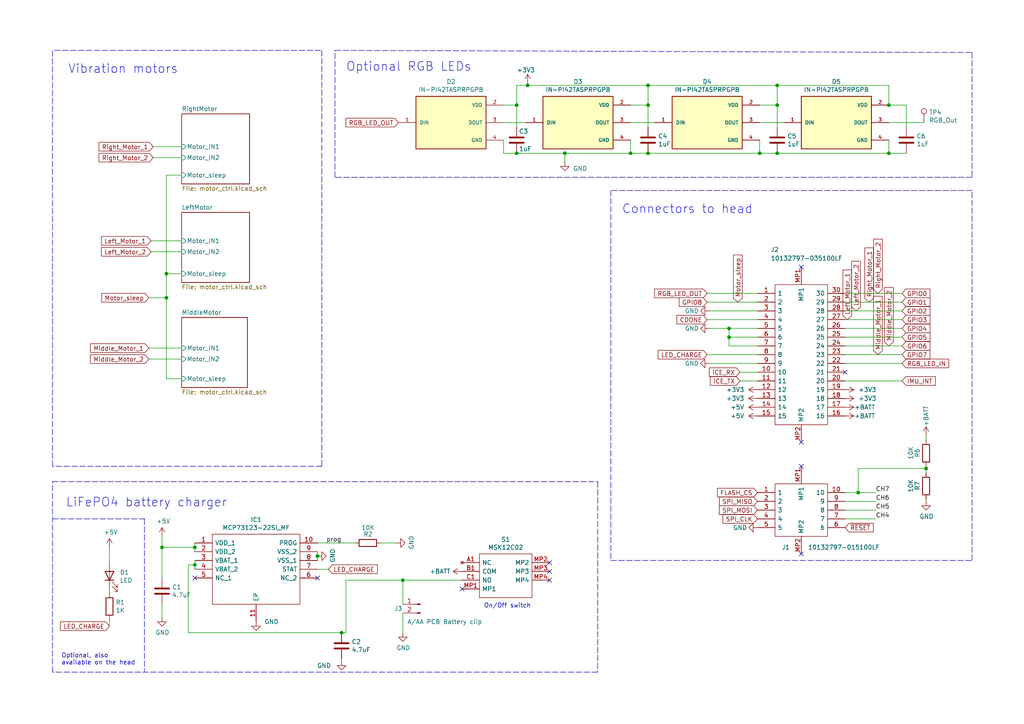
<source format=kicad_sch>
(kicad_sch (version 20211123) (generator eeschema)
  (paper "A4")
  (title_block (title "Pogobot - belly") (date "2022-04-04") (rev "2.2") (company "ISIR"))
  (lib_symbols
    (symbol "10132797-015100LF:10132797-015100LF" (pin_names (offset 0.762))
      (property "Reference" "J" (at 21.59 12.7 0))
      (property "Value" "10132797-015100LF" (at 21.59 10.16 0))
      (symbol "10132797-015100LF_0_0"
        (pin passive line (at 17.78 12.7 270) (length 5.08) (name "1") (number "1"))
        (pin passive line (at 17.78 -12.7 90) (length 5.08) (name "10") (number "10"))
        (pin passive line (at 15.24 12.7 270) (length 5.08) (name "2") (number "2"))
        (pin passive line (at 12.7 12.7 270) (length 5.08) (name "3") (number "3"))
        (pin passive line (at 10.16 12.7 270) (length 5.08) (name "4") (number "4"))
        (pin passive line (at 7.62 12.7 270) (length 5.08) (name "5") (number "5"))
        (pin passive line (at 7.62 -12.7 90) (length 5.08) (name "6") (number "6"))
        (pin passive line (at 10.16 -12.7 90) (length 5.08) (name "7") (number "7"))
        (pin passive line (at 12.7 -12.7 90) (length 5.08) (name "8") (number "8"))
        (pin passive line (at 15.24 -12.7 90) (length 5.08) (name "9") (number "9"))
        (pin passive line (at 25.4 0 180) (length 5.08) (name "MP1") (number "MP1"))
        (pin passive line (at 0 0 0) (length 5.08) (name "MP2") (number "MP2"))
      )
      (symbol "10132797-015100LF_0_1"
        (polyline (pts (xy 5.08 7.62) (xy 20.32 7.62) (xy 20.32 -7.62) (xy 5.08 -7.62) (xy 5.08 7.62)) (stroke (width 0.1524)))
      )
    )
    (symbol "10132797-035100LF:10132797-035100LF" (pin_names (offset 0.762))
      (property "Reference" "J" (at 46.99 12.7 0))
      (property "Value" "10132797-035100LF" (at 46.99 10.16 0))
      (symbol "10132797-035100LF_0_0"
        (pin passive line (at 7.62 -12.7 90) (length 5.08) (name "1") (number "1"))
        (pin passive line (at 30.48 -12.7 90) (length 5.08) (name "10") (number "10"))
        (pin passive line (at 33.02 -12.7 90) (length 5.08) (name "11") (number "11"))
        (pin passive line (at 35.56 -12.7 90) (length 5.08) (name "12") (number "12"))
        (pin passive line (at 38.1 -12.7 90) (length 5.08) (name "13") (number "13"))
        (pin passive line (at 40.64 -12.7 90) (length 5.08) (name "14") (number "14"))
        (pin passive line (at 43.18 -12.7 90) (length 5.08) (name "15") (number "15"))
        (pin passive line (at 43.18 12.7 270) (length 5.08) (name "16") (number "16"))
        (pin passive line (at 40.64 12.7 270) (length 5.08) (name "17") (number "17"))
        (pin passive line (at 38.1 12.7 270) (length 5.08) (name "18") (number "18"))
        (pin passive line (at 35.56 12.7 270) (length 5.08) (name "19") (number "19"))
        (pin passive line (at 10.16 -12.7 90) (length 5.08) (name "2") (number "2"))
        (pin passive line (at 33.02 12.7 270) (length 5.08) (name "20") (number "20"))
        (pin passive line (at 30.48 12.7 270) (length 5.08) (name "21") (number "21"))
        (pin passive line (at 27.94 12.7 270) (length 5.08) (name "22") (number "22"))
        (pin passive line (at 25.4 12.7 270) (length 5.08) (name "23") (number "23"))
        (pin passive line (at 22.86 12.7 270) (length 5.08) (name "24") (number "24"))
        (pin passive line (at 20.32 12.7 270) (length 5.08) (name "25") (number "25"))
        (pin passive line (at 17.78 12.7 270) (length 5.08) (name "26") (number "26"))
        (pin passive line (at 15.24 12.7 270) (length 5.08) (name "27") (number "27"))
        (pin passive line (at 12.7 12.7 270) (length 5.08) (name "28") (number "28"))
        (pin passive line (at 10.16 12.7 270) (length 5.08) (name "29") (number "29"))
        (pin passive line (at 12.7 -12.7 90) (length 5.08) (name "3") (number "3"))
        (pin passive line (at 7.62 12.7 270) (length 5.08) (name "30") (number "30"))
        (pin passive line (at 15.24 -12.7 90) (length 5.08) (name "4") (number "4"))
        (pin passive line (at 17.78 -12.7 90) (length 5.08) (name "5") (number "5"))
        (pin passive line (at 20.32 -12.7 90) (length 5.08) (name "6") (number "6"))
        (pin passive line (at 22.86 -12.7 90) (length 5.08) (name "7") (number "7"))
        (pin passive line (at 25.4 -12.7 90) (length 5.08) (name "8") (number "8"))
        (pin passive line (at 27.94 -12.7 90) (length 5.08) (name "9") (number "9"))
        (pin passive line (at 0 0 0) (length 5.08) (name "MP1") (number "MP1"))
        (pin passive line (at 50.8 0 180) (length 5.08) (name "MP2") (number "MP2"))
      )
      (symbol "10132797-035100LF_0_1"
        (polyline (pts (xy 5.08 7.62) (xy 45.72 7.62) (xy 45.72 -7.62) (xy 5.08 -7.62) (xy 5.08 7.62)) (stroke (width 0.1524)))
      )
    )
    (symbol "Connector:Conn_01x02_Male" (pin_names (offset 1.016) hide)
      (property "Reference" "J" (at 0 2.54 0))
      (property "Value" "Conn_01x02_Male" (at 0 -5.08 0))
      (symbol "Conn_01x02_Male_1_1"
        (polyline (pts (xy 1.27 -2.54) (xy 0.8636 -2.54)) (stroke (width 0.1524)))
        (polyline (pts (xy 1.27 0) (xy 0.8636 0)) (stroke (width 0.1524)))
        (rectangle (start 0.8636 -2.413) (end 0 -2.667) (stroke (width 0.1524)) (fill (type outline)))
        (rectangle (start 0.8636 0.127) (end 0 -0.127) (stroke (width 0.1524)) (fill (type outline)))
        (pin passive line (at 5.08 0 180) (length 3.81) (name "Pin_1") (number "1"))
        (pin passive line (at 5.08 -2.54 180) (length 3.81) (name "Pin_2") (number "2"))
      )
    )
    (symbol "Connector:TestPoint" (pin_numbers hide) (pin_names (offset 0.762) hide)
      (property "Reference" "TP" (at 0 6.858 0))
      (property "Value" "TestPoint" (at 0 5.08 0))
      (symbol "TestPoint_0_1"
        (circle (center 0 3.302) (radius 0.762))
      )
      (symbol "TestPoint_1_1"
        (pin passive line (at 0 0 90) (length 2.54) (name "1") (number "1"))
      )
    )
    (symbol "Device:C" (pin_numbers hide) (pin_names (offset 0.254))
      (property "Reference" "C" (at 0.635 2.54 0))
      (property "Value" "C" (at 0.635 -2.54 0))
      (symbol "C_0_1"
        (polyline (pts (xy -2.032 -0.762) (xy 2.032 -0.762)) (stroke (width 0.508)))
        (polyline (pts (xy -2.032 0.762) (xy 2.032 0.762)) (stroke (width 0.508)))
      )
      (symbol "C_1_1"
        (pin passive line (at 0 3.81 270) (length 2.794) (name "~") (number "1"))
        (pin passive line (at 0 -3.81 90) (length 2.794) (name "~") (number "2"))
      )
    )
    (symbol "Device:LED" (pin_numbers hide) (pin_names (offset 1.016) hide)
      (property "Reference" "D" (at 0 2.54 0))
      (property "Value" "LED" (at 0 -2.54 0))
      (symbol "LED_0_1"
        (polyline (pts (xy -1.27 -1.27) (xy -1.27 1.27)) (stroke (width 0.254)))
        (polyline (pts (xy -1.27 0) (xy 1.27 0)))
        (polyline (pts (xy 1.27 -1.27) (xy 1.27 1.27) (xy -1.27 0) (xy 1.27 -1.27)) (stroke (width 0.254)))
        (polyline (pts (xy -3.048 -0.762) (xy -4.572 -2.286) (xy -3.81 -2.286) (xy -4.572 -2.286) (xy -4.572 -1.524)))
        (polyline (pts (xy -1.778 -0.762) (xy -3.302 -2.286) (xy -2.54 -2.286) (xy -3.302 -2.286) (xy -3.302 -1.524)))
      )
      (symbol "LED_1_1"
        (pin passive line (at -3.81 0 0) (length 2.54) (name "K") (number "1"))
        (pin passive line (at 3.81 0 180) (length 2.54) (name "A") (number "2"))
      )
    )
    (symbol "Device:R" (pin_numbers hide) (pin_names (offset 0))
      (property "Reference" "R" (at 2.032 0 90))
      (property "Value" "R" (at 0 0 90))
      (symbol "R_0_1"
        (rectangle (start -1.016 -2.54) (end 1.016 2.54) (stroke (width 0.254)))
      )
      (symbol "R_1_1"
        (pin passive line (at 0 3.81 270) (length 1.27) (name "~") (number "1"))
        (pin passive line (at 0 -3.81 90) (length 1.27) (name "~") (number "2"))
      )
    )
    (symbol "IN-PI42TASPRPGPB:IN-PI42TASPRPGPB" (pin_names (offset 1.016))
      (property "Reference" "D" (at -10.16 8.89 0))
      (property "Value" "IN-PI42TASPRPGPB" (at -10.16 -8.89 0))
      (symbol "IN-PI42TASPRPGPB_0_0"
        (rectangle (start -10.16 -7.62) (end 10.16 7.62) (stroke (width 0.254)) (fill (type background)))
        (pin input line (at -15.24 0 0) (length 5.08) (name "DIN") (number "1"))
        (pin power_in line (at 15.24 5.08 180) (length 5.08) (name "VDD") (number "2"))
        (pin output line (at 15.24 0 180) (length 5.08) (name "DOUT") (number "3"))
        (pin power_in line (at 15.24 -5.08 180) (length 5.08) (name "GND") (number "4"))
      )
    )
    (symbol "MCP73123-22SI_MF:MCP73123-22SI_MF" (pin_names (offset 0.762))
      (property "Reference" "IC" (at 31.75 7.62 0))
      (property "Value" "MCP73123-22SI_MF" (at 31.75 5.08 0))
      (symbol "MCP73123-22SI_MF_0_0"
        (pin passive line (at 0 0 0) (length 5.08) (name "VDD_1") (number "1"))
        (pin passive line (at 35.56 0 180) (length 5.08) (name "PROG") (number "10"))
        (pin passive line (at 17.78 -22.86 90) (length 5.08) (name "EP") (number "11"))
        (pin passive line (at 0 -2.54 0) (length 5.08) (name "VDD_2") (number "2"))
        (pin passive line (at 0 -5.08 0) (length 5.08) (name "VBAT_1") (number "3"))
        (pin passive line (at 0 -7.62 0) (length 5.08) (name "VBAT_2") (number "4"))
        (pin passive line (at 0 -10.16 0) (length 5.08) (name "NC_1") (number "5"))
        (pin passive line (at 35.56 -10.16 180) (length 5.08) (name "NC_2") (number "6"))
        (pin passive line (at 35.56 -7.62 180) (length 5.08) (name "STAT") (number "7"))
        (pin passive line (at 35.56 -5.08 180) (length 5.08) (name "VSS_1") (number "8"))
        (pin passive line (at 35.56 -2.54 180) (length 5.08) (name "VSS_2") (number "9"))
      )
      (symbol "MCP73123-22SI_MF_0_1"
        (polyline (pts (xy 5.08 2.54) (xy 30.48 2.54) (xy 30.48 -17.78) (xy 5.08 -17.78) (xy 5.08 2.54)) (stroke (width 0.1524)))
      )
    )
    (symbol "MSK12C02:MSK12C02" (pin_names (offset 0.762))
      (property "Reference" "S" (at 21.59 7.62 0))
      (property "Value" "MSK12C02" (at 21.59 5.08 0))
      (symbol "MSK12C02_0_0"
        (pin no_connect line (at 0 0 0) (length 5.08) (name "NC") (number "A1"))
        (pin passive line (at 0 -2.54 0) (length 5.08) (name "COM") (number "B1"))
        (pin passive line (at 0 -5.08 0) (length 5.08) (name "NO") (number "C1"))
        (pin passive line (at 0 -7.62 0) (length 5.08) (name "MP1") (number "MP1"))
        (pin passive line (at 25.4 0 180) (length 5.08) (name "MP2") (number "MP2"))
        (pin passive line (at 25.4 -2.54 180) (length 5.08) (name "MP3") (number "MP3"))
        (pin passive line (at 25.4 -5.08 180) (length 5.08) (name "MP4") (number "MP4"))
      )
      (symbol "MSK12C02_0_1"
        (polyline (pts (xy 5.08 2.54) (xy 20.32 2.54) (xy 20.32 -10.16) (xy 5.08 -10.16) (xy 5.08 2.54)) (stroke (width 0.1524)))
      )
    )
    (symbol "power:+3.3V" (power) (pin_names (offset 0))
      (property "Value" "+3.3V" (at 0 3.556 0))
      (symbol "+3.3V_0_1"
        (polyline (pts (xy -0.762 1.27) (xy 0 2.54)))
        (polyline (pts (xy 0 0) (xy 0 2.54)))
        (polyline (pts (xy 0 2.54) (xy 0.762 1.27)))
      )
      (symbol "+3.3V_1_1"
        (pin power_in line (at 0 0 90) (length 0) hide (name "+3V3") (number "1"))
      )
    )
    (symbol "power:+5V" (power) (pin_names (offset 0))
      (property "Value" "+5V" (at 0 3.556 0))
      (symbol "+5V_0_1"
        (polyline (pts (xy -0.762 1.27) (xy 0 2.54)))
        (polyline (pts (xy 0 0) (xy 0 2.54)))
        (polyline (pts (xy 0 2.54) (xy 0.762 1.27)))
      )
      (symbol "+5V_1_1"
        (pin power_in line (at 0 0 90) (length 0) hide (name "+5V") (number "1"))
      )
    )
    (symbol "power:+BATT" (power) (pin_names (offset 0))
      (property "Value" "+BATT" (at 0 3.556 0))
      (symbol "+BATT_0_1"
        (polyline (pts (xy -0.762 1.27) (xy 0 2.54)))
        (polyline (pts (xy 0 0) (xy 0 2.54)))
        (polyline (pts (xy 0 2.54) (xy 0.762 1.27)))
      )
      (symbol "+BATT_1_1"
        (pin power_in line (at 0 0 90) (length 0) hide (name "+BATT") (number "1"))
      )
    )
    (symbol "power:GND" (power) (pin_names (offset 0))
      (property "Value" "GND" (at 0 -3.81 0))
      (symbol "GND_0_1"
        (polyline (pts (xy 0 0) (xy 0 -1.27) (xy 1.27 -1.27) (xy 0 -2.54) (xy -1.27 -1.27) (xy 0 -1.27)))
      )
      (symbol "GND_1_1"
        (pin power_in line (at 0 0 270) (length 0) hide (name "GND") (number "1"))
      )
    )
  )
  (junction (at 92.075 161.29))
  (junction (at 149.86 30.48))
  (junction (at 225.425 44.45))
  (junction (at 187.96 24.765))
  (junction (at 248.92 142.875))
  (junction (at 99.06 183.515))
  (junction (at 257.81 44.45))
  (junction (at 211.455 95.25))
  (junction (at 182.88 44.45))
  (junction (at 56.515 163.83))
  (junction (at 48.26 79.375))
  (junction (at 46.99 158.75))
  (junction (at 187.96 30.48))
  (junction (at 268.605 135.89))
  (junction (at 48.26 86.36))
  (junction (at 225.425 30.48))
  (junction (at 225.425 24.765))
  (junction (at 211.455 97.79))
  (junction (at 257.81 30.48))
  (junction (at 116.84 168.275))
  (junction (at 163.83 44.45))
  (junction (at 220.345 44.45))
  (junction (at 153.035 24.765))
  (junction (at 56.515 158.75))
  (junction (at 149.86 44.45))
  (junction (at 187.96 44.45))
  (no_connect (at 56.515 167.64))
  (no_connect (at 133.985 170.815))
  (no_connect (at 92.075 167.64))
  (no_connect (at 245.11 107.95))
  (no_connect (at 232.41 77.47))
  (no_connect (at 232.41 128.27))
  (no_connect (at 232.41 135.255))
  (no_connect (at 232.41 160.655))
  (no_connect (at 159.385 168.275))
  (no_connect (at 159.385 165.735))
  (no_connect (at 159.385 163.195))
  (wire (pts (xy 262.89 30.48) (xy 257.81 30.48)))
  (wire (pts (xy 262.89 36.83) (xy 262.89 30.48)))
  (wire (pts (xy 153.035 24.765) (xy 149.86 24.765)))
  (wire (pts (xy 220.345 40.64) (xy 220.345 44.45)))
  (wire (pts (xy 187.96 24.765) (xy 187.96 30.48)))
  (wire (pts (xy 268.605 145.415) (xy 268.605 144.78)))
  (polyline (pts (xy 177.165 162.56) (xy 281.94 162.56)))
  (polyline (pts (xy 97.155 51.435) (xy 97.155 14.605)))
  (wire (pts (xy 187.96 36.83) (xy 187.96 30.48)))
  (wire (pts (xy 225.425 24.765) (xy 225.425 30.48)))
  (wire (pts (xy 225.425 24.765) (xy 257.81 24.765)))
  (polyline (pts (xy 281.94 51.435) (xy 97.155 51.435)))
  (wire (pts (xy 46.99 158.75) (xy 56.515 158.75)))
  (wire (pts (xy 149.86 36.83) (xy 149.86 30.48)))
  (wire (pts (xy 43.815 69.85) (xy 52.705 69.85)))
  (polyline (pts (xy 15.875 14.605) (xy 93.345 14.605)))
  (wire (pts (xy 102.87 157.48) (xy 92.075 157.48)))
  (wire (pts (xy 257.81 35.56) (xy 267.97 35.56)))
  (wire (pts (xy 214.63 110.49) (xy 219.71 110.49)))
  (wire (pts (xy 146.05 44.45) (xy 149.86 44.45)))
  (wire (pts (xy 245.11 85.09) (xy 261.62 85.09)))
  (wire (pts (xy 182.88 35.56) (xy 189.865 35.56)))
  (wire (pts (xy 48.26 86.36) (xy 48.26 109.855)))
  (wire (pts (xy 205.105 85.09) (xy 219.71 85.09)))
  (wire (pts (xy 219.71 97.79) (xy 211.455 97.79)))
  (wire (pts (xy 43.18 104.14) (xy 52.705 104.14)))
  (wire (pts (xy 187.96 44.45) (xy 220.345 44.45)))
  (wire (pts (xy 116.84 168.275) (xy 133.985 168.275)))
  (wire (pts (xy 245.11 110.49) (xy 261.62 110.49)))
  (wire (pts (xy 52.705 73.025) (xy 43.815 73.025)))
  (wire (pts (xy 248.92 135.89) (xy 268.605 135.89)))
  (wire (pts (xy 54.61 183.515) (xy 99.06 183.515)))
  (polyline (pts (xy 281.94 15.24) (xy 281.94 51.435)))
  (wire (pts (xy 268.605 135.89) (xy 268.605 137.16)))
  (wire (pts (xy 31.75 163.195) (xy 31.75 158.75)))
  (wire (pts (xy 257.81 44.45) (xy 262.89 44.45)))
  (wire (pts (xy 153.035 24.765) (xy 187.96 24.765)))
  (polyline (pts (xy 281.94 162.56) (xy 281.94 55.245)))
  (wire (pts (xy 182.88 40.64) (xy 182.88 44.45)))
  (wire (pts (xy 211.455 95.25) (xy 219.71 95.25)))
  (polyline (pts (xy 15.24 194.945) (xy 15.24 139.7)))
  (wire (pts (xy 205.74 95.25) (xy 211.455 95.25)))
  (polyline (pts (xy 93.345 14.605) (xy 93.345 135.255)))
  (wire (pts (xy 163.83 46.99) (xy 163.83 44.45)))
  (wire (pts (xy 245.11 102.87) (xy 261.62 102.87)))
  (polyline (pts (xy 177.165 55.245) (xy 177.165 162.56)))
  (wire (pts (xy 205.105 92.71) (xy 219.71 92.71)))
  (wire (pts (xy 219.71 100.33) (xy 211.455 100.33)))
  (wire (pts (xy 46.99 175.26) (xy 46.99 179.07)))
  (wire (pts (xy 48.26 50.8) (xy 48.26 79.375)))
  (wire (pts (xy 245.11 90.17) (xy 261.62 90.17)))
  (wire (pts (xy 100.33 168.275) (xy 100.33 183.515)))
  (wire (pts (xy 56.515 163.83) (xy 54.61 163.83)))
  (wire (pts (xy 245.11 100.33) (xy 261.62 100.33)))
  (wire (pts (xy 268.605 126.365) (xy 268.605 127.635)))
  (wire (pts (xy 116.84 177.8) (xy 116.84 183.515)))
  (wire (pts (xy 56.515 162.56) (xy 56.515 163.83)))
  (wire (pts (xy 153.035 24.13) (xy 153.035 24.765)))
  (polyline (pts (xy 15.24 139.7) (xy 173.355 139.7)))
  (polyline (pts (xy 173.355 194.945) (xy 15.24 194.945)))
  (wire (pts (xy 46.99 155.575) (xy 46.99 158.75)))
  (wire (pts (xy 220.345 30.48) (xy 225.425 30.48)))
  (wire (pts (xy 205.74 105.41) (xy 219.71 105.41)))
  (wire (pts (xy 214.63 107.95) (xy 219.71 107.95)))
  (wire (pts (xy 245.11 142.875) (xy 248.92 142.875)))
  (wire (pts (xy 225.425 44.45) (xy 257.81 44.45)))
  (wire (pts (xy 116.84 168.275) (xy 116.84 175.26)))
  (wire (pts (xy 205.74 90.17) (xy 219.71 90.17)))
  (wire (pts (xy 48.26 79.375) (xy 48.26 86.36)))
  (wire (pts (xy 92.075 161.29) (xy 92.075 162.56)))
  (wire (pts (xy 149.86 30.48) (xy 149.86 24.765)))
  (wire (pts (xy 187.96 24.765) (xy 225.425 24.765)))
  (wire (pts (xy 245.11 92.71) (xy 261.62 92.71)))
  (wire (pts (xy 52.705 50.8) (xy 48.26 50.8)))
  (wire (pts (xy 254 147.955) (xy 245.11 147.955)))
  (wire (pts (xy 52.705 79.375) (xy 48.26 79.375)))
  (wire (pts (xy 54.61 163.83) (xy 54.61 183.515)))
  (wire (pts (xy 44.45 42.545) (xy 52.705 42.545)))
  (polyline (pts (xy 93.345 135.255) (xy 15.24 135.255)))
  (wire (pts (xy 245.11 87.63) (xy 261.62 87.63)))
  (wire (pts (xy 245.11 97.79) (xy 261.62 97.79)))
  (wire (pts (xy 257.81 40.64) (xy 257.81 44.45)))
  (wire (pts (xy 95.25 165.1) (xy 92.075 165.1)))
  (wire (pts (xy 146.05 40.64) (xy 146.05 44.45)))
  (wire (pts (xy 268.605 135.255) (xy 268.605 135.89)))
  (wire (pts (xy 146.05 35.56) (xy 152.4 35.56)))
  (wire (pts (xy 248.92 142.875) (xy 254 142.875)))
  (wire (pts (xy 211.455 97.79) (xy 211.455 95.25)))
  (polyline (pts (xy 15.24 150.495) (xy 41.91 150.495)))
  (wire (pts (xy 225.425 36.83) (xy 225.425 30.48)))
  (wire (pts (xy 99.06 183.515) (xy 100.33 183.515)))
  (wire (pts (xy 220.345 35.56) (xy 227.33 35.56)))
  (polyline (pts (xy 97.155 14.605) (xy 281.94 15.24)))
  (wire (pts (xy 31.75 181.61) (xy 31.75 179.705)))
  (wire (pts (xy 261.62 105.41) (xy 245.11 105.41)))
  (wire (pts (xy 220.345 44.45) (xy 225.425 44.45)))
  (wire (pts (xy 257.81 24.765) (xy 257.81 30.48)))
  (wire (pts (xy 254 150.495) (xy 245.11 150.495)))
  (wire (pts (xy 31.75 170.815) (xy 31.75 172.085)))
  (wire (pts (xy 254 145.415) (xy 245.11 145.415)))
  (wire (pts (xy 163.83 44.45) (xy 182.88 44.45)))
  (wire (pts (xy 110.49 157.48) (xy 114.935 157.48)))
  (wire (pts (xy 56.515 163.83) (xy 56.515 165.1)))
  (wire (pts (xy 99.06 191.135) (xy 99.06 191.77)))
  (wire (pts (xy 146.05 30.48) (xy 149.86 30.48)))
  (wire (pts (xy 245.11 95.25) (xy 261.62 95.25)))
  (wire (pts (xy 211.455 100.33) (xy 211.455 97.79)))
  (wire (pts (xy 205.105 102.87) (xy 219.71 102.87)))
  (wire (pts (xy 248.92 142.875) (xy 248.92 135.89)))
  (wire (pts (xy 100.33 168.275) (xy 116.84 168.275)))
  (wire (pts (xy 149.86 44.45) (xy 163.83 44.45)))
  (polyline (pts (xy 173.355 139.7) (xy 173.355 194.945)))
  (wire (pts (xy 43.18 100.965) (xy 52.705 100.965)))
  (polyline (pts (xy 15.24 135.255) (xy 15.24 14.605)))
  (wire (pts (xy 56.515 157.48) (xy 56.515 158.75)))
  (wire (pts (xy 182.88 44.45) (xy 187.96 44.45)))
  (wire (pts (xy 46.99 158.75) (xy 46.99 167.64)))
  (polyline (pts (xy 281.94 55.245) (xy 177.165 55.245)))
  (polyline (pts (xy 41.91 150.495) (xy 41.91 194.945)))
  (wire (pts (xy 205.105 87.63) (xy 219.71 87.63)))
  (wire (pts (xy 48.26 109.855) (xy 52.705 109.855)))
  (wire (pts (xy 43.18 86.36) (xy 48.26 86.36)))
  (wire (pts (xy 44.45 45.72) (xy 52.705 45.72)))
  (wire (pts (xy 92.075 160.02) (xy 92.075 161.29)))
  (wire (pts (xy 56.515 158.75) (xy 56.515 160.02)))
  (wire (pts (xy 182.88 30.48) (xy 187.96 30.48)))
  (text "Vibration motors" (at 19.685 21.59 0) (effects (font (size 2.54 2.54)) (justify left bottom)))
  (text "Optional, also\navailable on the head" (at 17.78 193.04 0) (effects (font (size 1.27 1.27)) (justify left bottom)))
  (text "LiFePO4 battery charger" (at 19.05 147.32 0) (effects (font (size 2.54 2.54)) (justify left bottom)))
  (text "Connectors to head" (at 180.34 62.23 0) (effects (font (size 2.54 2.54)) (justify left bottom)))
  (text "On/Off switch" (at 140.335 176.53 0) (effects (font (size 1.27 1.27)) (justify left bottom)))
  (text "Optional RGB LEDs" (at 100.33 20.955 0) (effects (font (size 2.54 2.54)) (justify left bottom)))
  (label "CH4" (at 254 150.495 0))
  (label "CH5" (at 254 147.955 0))
  (label "CH7" (at 254 142.875 0))
  (label "prog" (at 99.06 157.48 180))
  (label "CH6" (at 254 145.415 0))
  (global_label "Right_Motor_2" (shape input) (at 254.635 85.09 90) (property "Références Inter-Feuilles" "${INTERSHEET_REFS}" (effects hide)))
  (global_label "GPIO3" (shape input) (at 261.62 92.71 0) (property "Références Inter-Feuilles" "${INTERSHEET_REFS}" (effects hide)))
  (global_label "Right_Motor_1" (shape input) (at 44.45 42.545 180) (property "Références Inter-Feuilles" "${INTERSHEET_REFS}" (effects hide)))
  (global_label "RGB_LED_IN" (shape input) (at 261.62 105.41 0) (property "Références Inter-Feuilles" "${INTERSHEET_REFS}" (effects hide)))
  (global_label "GPIO7" (shape input) (at 261.62 102.87 0) (property "Références Inter-Feuilles" "${INTERSHEET_REFS}" (effects hide)))
  (global_label "Middle_Motor_2" (shape input) (at 257.81 100.33 90) (property "Références Inter-Feuilles" "${INTERSHEET_REFS}" (effects hide)))
  (global_label "iCE_RX" (shape input) (at 214.63 107.95 180) (property "Références Inter-Feuilles" "${INTERSHEET_REFS}" (effects hide)))
  (global_label "Left_Motor_2" (shape input) (at 248.285 90.17 90) (property "Références Inter-Feuilles" "${INTERSHEET_REFS}" (effects hide)))
  (global_label "SPI_CLK" (shape input) (at 219.71 150.495 180) (property "Références Inter-Feuilles" "${INTERSHEET_REFS}" (effects hide)))
  (global_label "SPI_MISO" (shape input) (at 219.71 145.415 180) (property "Références Inter-Feuilles" "${INTERSHEET_REFS}" (effects hide)))
  (global_label "Left_Motor_1" (shape input) (at 43.815 69.85 180) (property "Références Inter-Feuilles" "${INTERSHEET_REFS}" (effects hide)))
  (global_label "Motor_sleep" (shape input) (at 43.18 86.36 180) (property "Références Inter-Feuilles" "${INTERSHEET_REFS}" (effects hide)))
  (global_label "GPIO5" (shape input) (at 261.62 97.79 0) (property "Références Inter-Feuilles" "${INTERSHEET_REFS}" (effects hide)))
  (global_label "RGB_LED_OUT" (shape input) (at 115.57 35.56 180) (property "Références Inter-Feuilles" "${INTERSHEET_REFS}" (effects hide)))
  (global_label "Left_Motor_2" (shape input) (at 43.815 73.025 180) (property "Références Inter-Feuilles" "${INTERSHEET_REFS}" (effects hide)))
  (global_label "iCE_TX" (shape input) (at 214.63 110.49 180) (property "Références Inter-Feuilles" "${INTERSHEET_REFS}" (effects hide)))
  (global_label "Middle_Motor_1" (shape input) (at 254.635 102.87 90) (property "Références Inter-Feuilles" "${INTERSHEET_REFS}" (effects hide)))
  (global_label "SPI_MOSI" (shape input) (at 219.71 147.955 180) (property "Références Inter-Feuilles" "${INTERSHEET_REFS}" (effects hide)))
  (global_label "Middle_Motor_2" (shape input) (at 43.18 104.14 180) (property "Références Inter-Feuilles" "${INTERSHEET_REFS}" (effects hide)))
  (global_label "GPIO2" (shape input) (at 261.62 90.17 0) (property "Références Inter-Feuilles" "${INTERSHEET_REFS}" (effects hide)))
  (global_label "GPIO0" (shape input) (at 261.62 85.09 0) (property "Références Inter-Feuilles" "${INTERSHEET_REFS}" (effects hide)))
  (global_label "CDONE" (shape input) (at 205.105 92.71 180) (property "Références Inter-Feuilles" "${INTERSHEET_REFS}" (effects hide)))
  (global_label "FLASH_CS" (shape input) (at 219.71 142.875 180) (property "Références Inter-Feuilles" "${INTERSHEET_REFS}" (effects hide)))
  (global_label "IMU_INT" (shape input) (at 261.62 110.49 0) (property "Références Inter-Feuilles" "${INTERSHEET_REFS}" (effects hide)))
  (global_label "GPIO4" (shape input) (at 261.62 95.25 0) (property "Références Inter-Feuilles" "${INTERSHEET_REFS}" (effects hide)))
  (global_label "GPIO6" (shape input) (at 261.62 100.33 0) (property "Références Inter-Feuilles" "${INTERSHEET_REFS}" (effects hide)))
  (global_label "LED_CHARGE" (shape input) (at 31.75 181.61 180) (property "Références Inter-Feuilles" "${INTERSHEET_REFS}" (effects hide)))
  (global_label "LED_CHARGE" (shape input) (at 95.25 165.1 0) (property "Références Inter-Feuilles" "${INTERSHEET_REFS}" (effects hide)))
  (global_label "GPIO8" (shape input) (at 205.105 87.63 180) (property "Références Inter-Feuilles" "${INTERSHEET_REFS}" (effects hide)))
  (global_label "Left_Motor_1" (shape input) (at 245.745 92.71 90) (property "Références Inter-Feuilles" "${INTERSHEET_REFS}" (effects hide)))
  (global_label "Right_Motor_1" (shape input) (at 252.095 87.63 90) (property "Références Inter-Feuilles" "${INTERSHEET_REFS}" (effects hide)))
  (global_label "~{RESET}" (shape input) (at 245.11 153.035 0) (property "Références Inter-Feuilles" "${INTERSHEET_REFS}" (effects hide)))
  (global_label "Middle_Motor_1" (shape input) (at 43.18 100.965 180) (property "Références Inter-Feuilles" "${INTERSHEET_REFS}" (effects hide)))
  (global_label "Motor_sleep" (shape input) (at 213.995 87.63 90) (property "Références Inter-Feuilles" "${INTERSHEET_REFS}" (effects hide)))
  (global_label "GPIO1" (shape input) (at 261.62 87.63 0) (property "Références Inter-Feuilles" "${INTERSHEET_REFS}" (effects hide)))
  (global_label "RGB_LED_OUT" (shape input) (at 205.105 85.09 180) (property "Références Inter-Feuilles" "${INTERSHEET_REFS}" (effects hide)))
  (global_label "Right_Motor_2" (shape input) (at 44.45 45.72 180) (property "Références Inter-Feuilles" "${INTERSHEET_REFS}" (effects hide)))
  (global_label "LED_CHARGE" (shape input) (at 205.105 102.87 180) (property "Références Inter-Feuilles" "${INTERSHEET_REFS}" (effects hide)))
  (symbol (lib_id "power:GND") (at 116.84 183.515 0) (unit 1)
    (property "Reference" "#PWR07" (effects hide))
    (property "Value" "GND" (at 116.967 187.9092 0))
  )
  (symbol (lib_id "power:+BATT") (at 133.985 165.735 90) (unit 1)
    (property "Reference" "#PWR09" (effects hide))
    (property "Value" "+BATT" (at 127.635 165.735 90))
  )
  (symbol (lib_id "power:GND") (at 114.935 157.48 90) (unit 1)
    (property "Reference" "#PWR05" (effects hide))
    (property "Value" "GND" (at 119.3292 157.353 0))
  )
  (symbol (lib_id "power:+5V") (at 46.99 155.575 0) (unit 1)
    (property "Reference" "#PWR04" (effects hide))
    (property "Value" "+5V" (at 47.371 151.1808 0))
  )
  (symbol (lib_id "Device:R") (at 106.68 157.48 270) (unit 1)
    (property "Reference" "R2" (at 105.41 154.94 90) (effects (justify left)))
    (property "Value" "10K" (at 104.775 153.035 90) (effects (justify left)))
    (property "Footprint" "Resistor_SMD:R_0603_1608Metric" (effects hide))
  )
  (symbol (lib_id "Device:C") (at 46.99 171.45 0) (unit 1)
    (property "Reference" "C1" (at 49.911 170.2816 0) (effects (justify left)))
    (property "Value" "4.7uF" (at 49.911 172.593 0) (effects (justify left)))
    (property "Footprint" "Capacitor_SMD:C_0603_1608Metric" (effects hide))
  )
  (symbol (lib_id "Device:C") (at 99.06 187.325 0) (unit 1)
    (property "Reference" "C2" (at 101.981 186.1566 0) (effects (justify left)))
    (property "Value" "4.7uF" (at 101.981 188.468 0) (effects (justify left)))
    (property "Footprint" "Capacitor_SMD:C_0603_1608Metric" (effects hide))
  )
  (symbol (lib_id "Device:LED") (at 31.75 167.005 90) (unit 1) (in_bom no)
    (property "Reference" "D1" (at 34.7472 166.0398 90) (effects (justify right)))
    (property "Value" "LED" (at 34.7472 168.3512 90) (effects (justify right)))
    (property "Footprint" "LED_SMD:LED_0603_1608Metric_Pad1.05x0.95mm_HandSolder" (effects hide))
  )
  (symbol (lib_id "Device:R") (at 31.75 175.895 0) (unit 1) (in_bom no)
    (property "Reference" "R1" (at 33.528 174.7266 0) (effects (justify left)))
    (property "Value" "1K" (at 33.528 177.038 0) (effects (justify left)))
    (property "Footprint" "Resistor_SMD:R_0603_1608Metric" (effects hide))
  )
  (symbol (lib_id "power:GND") (at 205.74 90.17 270) (unit 1)
    (property "Reference" "#PWR02" (effects hide))
    (property "Value" "GND" (at 200.66 90.17 90))
  )
  (symbol (lib_id "Connector:Conn_01x02_Male") (at 121.92 175.26 0) (mirror y) (unit 1) (in_bom no)
    (property "Reference" "J3" (at 114.3 176.53 0) (effects (justify right)))
    (property "Value" "A/AA PCB Battery clip" (at 118.11 180.34 0) (effects (justify right)))
    (property "Footprint" "MyFootprints:CR2_Holder" (effects hide))
    (property "Datasheet" "https://www.mouser.fr/datasheet/2/215/2915-743155.pdf" (effects hide))
    (property "MPN" "2915" (effects hide))
    (property "Manufacturer" "Keystone Electronics" (effects hide))
  )
  (symbol (lib_id "MCP73123-22SI_MF:MCP73123-22SI_MF") (at 56.515 157.48 0) (unit 1)
    (property "Reference" "IC1" (at 74.295 150.749 0))
    (property "Value" "MCP73123-22SI_MF" (at 74.295 153.0604 0))
    (property "Footprint" "Footprints:SON50P300X300X100-11N-D" (effects hide))
    (property "Datasheet" "http://ww1.microchip.com/downloads/en/DeviceDoc/22191E.pdf" (effects hide))
    (property "Description" "6.5V Single cell LiFePO4 battery charger" (effects hide))
    (property "Height" "1" (effects hide))
    (property "Manufacturer_Name" "Microchip" (effects hide))
    (property "Manufacturer_Part_Number" "MCP73123-22SI/MF" (effects hide))
    (property "Mouser Part Number" "579-MCP73123-22SI/MF" (effects hide))
    (property "Mouser Price/Stock" "https://www.mouser.co.uk/ProductDetail/Microchip-Technology/MCP73123-22SI-MF/?qs=E6wAi2XWqcMa9YfU6aI5BA%3D%3D" (effects hide))
    (property "Arrow Part Number" "MCP73123-22SI/MF" (effects hide))
    (property "Arrow Price/Stock" "https://www.arrow.com/en/products/mcp73123-22simf/microchip-technology" (effects hide))
  )
  (symbol (lib_id "power:+3.3V") (at 219.71 113.03 90) (unit 1)
    (property "Reference" "#PWR03" (effects hide))
    (property "Value" "+3.3V" (at 215.9 113.03 90) (effects (justify left)))
  )
  (symbol (lib_id "power:GND") (at 46.99 179.07 0) (unit 1)
    (property "Reference" "#PWR06" (effects hide))
    (property "Value" "GND" (at 47.117 183.4642 0))
  )
  (symbol (lib_id "power:GND") (at 92.075 161.29 90) (unit 1)
    (property "Reference" "#PWR08" (effects hide))
    (property "Value" "GND" (at 96.4692 161.163 0))
  )
  (symbol (lib_id "power:GND") (at 219.71 153.035 270) (unit 1)
    (property "Reference" "#PWR0101" (effects hide))
    (property "Value" "GND" (at 214.63 153.035 90))
  )
  (symbol (lib_id "power:+3.3V") (at 219.71 115.57 90) (unit 1)
    (property "Reference" "#PWR0102" (effects hide))
    (property "Value" "+3.3V" (at 215.9 115.57 90) (effects (justify left)))
  )
  (symbol (lib_id "power:GND") (at 74.295 180.34 0) (unit 1)
    (property "Reference" "#PWR0104" (effects hide))
    (property "Value" "GND" (at 78.74 180.34 0))
  )
  (symbol (lib_id "Connector:TestPoint") (at 267.97 35.56 0) (unit 1) (in_bom no)
    (property "Reference" "TP4" (at 269.4432 32.5628 0) (effects (justify left)))
    (property "Value" "RGB_Out" (at 269.4432 34.8742 0) (effects (justify left)))
    (property "Footprint" "TestPoint:TestPoint_Pad_D1.0mm" (effects hide))
  )
  (symbol (lib_id "power:GND") (at 99.06 191.77 0) (unit 1)
    (property "Reference" "#PWR016" (effects hide))
    (property "Value" "GND" (at 93.98 193.04 0))
  )
  (symbol (lib_id "MSK12C02:MSK12C02") (at 133.985 163.195 0) (unit 1)
    (property "Reference" "S1" (at 146.685 156.464 0))
    (property "Value" "MSK12C02" (at 146.685 158.7754 0))
    (property "Footprint" "Footprints:MSK12C02" (effects hide))
    (property "Datasheet" "https://shouhan.en.made-in-china.com/product/xsMEmqgOAXWB/China-Slide-Switch-Msk12c02-Slide-Switch-on-off-2-Position-1p2t-Spdt-Miniature-Horizontal-SMD-7p-Slide-Switch.html" (effects hide))
    (property "Description" "SMD Toggle Switches" (effects hide))
    (property "Height" "1.4" (effects hide))
    (property "Manufacturer_Name" "Shou Han" (effects hide))
    (property "Manufacturer_Part_Number" "MSK12C02" (effects hide))
  )
  (symbol (lib_id "power:+3.3V") (at 153.035 24.13 0) (unit 1)
    (property "Reference" "#PWR019" (effects hide))
    (property "Value" "+3.3V" (at 149.86 20.32 0) (effects (justify left)))
  )
  (symbol (lib_id "power:GND") (at 163.83 46.99 0) (unit 1)
    (property "Reference" "#PWR020" (effects hide))
    (property "Value" "GND" (at 168.275 48.895 0))
  )
  (symbol (lib_id "Device:C") (at 187.96 40.64 0) (unit 1)
    (property "Reference" "C4" (at 190.881 39.4716 0) (effects (justify left)))
    (property "Value" "1uF" (at 190.881 41.783 0) (effects (justify left)))
    (property "Footprint" "Capacitor_SMD:C_0603_1608Metric" (effects hide))
  )
  (symbol (lib_id "Device:C") (at 225.425 40.64 0) (unit 1)
    (property "Reference" "C5" (at 228.346 39.4716 0) (effects (justify left)))
    (property "Value" "1uF" (at 228.346 41.783 0) (effects (justify left)))
    (property "Footprint" "Capacitor_SMD:C_0603_1608Metric" (effects hide))
  )
  (symbol (lib_id "Device:C") (at 262.89 40.64 0) (unit 1)
    (property "Reference" "C6" (at 265.811 39.4716 0) (effects (justify left)))
    (property "Value" "1uF" (at 265.811 41.783 0) (effects (justify left)))
    (property "Footprint" "Capacitor_SMD:C_0603_1608Metric" (effects hide))
  )
  (symbol (lib_id "Device:C") (at 149.86 40.64 0) (unit 1)
    (property "Reference" "C3" (at 150.495 38.1 0) (effects (justify left)))
    (property "Value" "1uF" (at 150.495 43.18 0) (effects (justify left)))
    (property "Footprint" "Capacitor_SMD:C_0603_1608Metric" (effects hide))
  )
  (symbol (lib_id "IN-PI42TASPRPGPB:IN-PI42TASPRPGPB") (at 130.81 35.56 0) (unit 1)
    (property "Reference" "D2" (at 130.81 23.6982 0))
    (property "Value" "IN-PI42TASPRPGPB" (at 130.81 26.0096 0))
    (property "Footprint" "Footprints:LED_IN-PI42TASPRPGPB" (effects hide))
    (property "PARTREV" "Sept 10 2020" (effects hide))
    (property "STANDARD" "Manufacturer Recommendations" (effects hide))
    (property "MAXIMUM_PACKAGE_HEIGHT" "2.1 mm" (effects hide))
    (property "MANUFACTURER" "Inolux" (effects hide))
  )
  (symbol (lib_id "IN-PI42TASPRPGPB:IN-PI42TASPRPGPB") (at 167.64 35.56 0) (unit 1)
    (property "Reference" "D3" (at 167.64 23.6982 0))
    (property "Value" "IN-PI42TASPRPGPB" (at 167.64 26.0096 0))
    (property "Footprint" "Footprints:LED_IN-PI42TASPRPGPB" (effects hide))
    (property "PARTREV" "Sept 10 2020" (effects hide))
    (property "STANDARD" "Manufacturer Recommendations" (effects hide))
    (property "MAXIMUM_PACKAGE_HEIGHT" "2.1 mm" (effects hide))
    (property "MANUFACTURER" "Inolux" (effects hide))
  )
  (symbol (lib_id "IN-PI42TASPRPGPB:IN-PI42TASPRPGPB") (at 205.105 35.56 0) (unit 1)
    (property "Reference" "D4" (at 205.105 23.6982 0))
    (property "Value" "IN-PI42TASPRPGPB" (at 205.105 26.0096 0))
    (property "Footprint" "Footprints:LED_IN-PI42TASPRPGPB" (effects hide))
    (property "PARTREV" "Sept 10 2020" (effects hide))
    (property "STANDARD" "Manufacturer Recommendations" (effects hide))
    (property "MAXIMUM_PACKAGE_HEIGHT" "2.1 mm" (effects hide))
    (property "MANUFACTURER" "Inolux" (effects hide))
  )
  (symbol (lib_id "IN-PI42TASPRPGPB:IN-PI42TASPRPGPB") (at 242.57 35.56 0) (unit 1)
    (property "Reference" "D5" (at 242.57 23.6982 0))
    (property "Value" "IN-PI42TASPRPGPB" (at 242.57 26.0096 0))
    (property "Footprint" "Footprints:LED_IN-PI42TASPRPGPB" (effects hide))
    (property "PARTREV" "Sept 10 2020" (effects hide))
    (property "STANDARD" "Manufacturer Recommendations" (effects hide))
    (property "MAXIMUM_PACKAGE_HEIGHT" "2.1 mm" (effects hide))
    (property "MANUFACTURER" "Inolux" (effects hide))
  )
  (symbol (lib_id "power:+5V") (at 219.71 118.11 90) (unit 1)
    (property "Reference" "#PWR0109" (effects hide))
    (property "Value" "+5V" (at 215.9 118.11 90) (effects (justify left)))
  )
  (symbol (lib_id "power:+BATT") (at 268.605 126.365 0) (unit 1)
    (property "Reference" "#PWR0120" (effects hide))
    (property "Value" "+BATT" (at 268.605 120.65 90))
  )
  (symbol (lib_id "Device:R") (at 268.605 140.97 0) (unit 1)
    (property "Reference" "R7" (at 266.065 142.24 90) (effects (justify left)))
    (property "Value" "10K" (at 264.16 142.875 90) (effects (justify left)))
    (property "Footprint" "Resistor_SMD:R_0603_1608Metric" (effects hide))
  )
  (symbol (lib_id "power:GND") (at 205.74 105.41 270) (unit 1)
    (property "Reference" "#PWR0108" (effects hide))
    (property "Value" "GND" (at 200.66 105.41 90))
  )
  (symbol (lib_id "power:+3.3V") (at 245.11 113.03 270) (unit 1)
    (property "Reference" "#PWR0113" (effects hide))
    (property "Value" "+3.3V" (at 248.92 113.03 90) (effects (justify left)))
  )
  (symbol (lib_id "power:+5V") (at 31.75 158.75 0) (unit 1)
    (property "Reference" "#PWR0119" (effects hide))
    (property "Value" "+5V" (at 32.131 154.3558 0))
  )
  (symbol (lib_id "power:GND") (at 205.74 95.25 270) (unit 1)
    (property "Reference" "#PWR0103" (effects hide))
    (property "Value" "GND" (at 200.66 95.25 90))
  )
  (symbol (lib_id "Device:R") (at 268.605 131.445 0) (unit 1)
    (property "Reference" "R6" (at 266.065 132.715 90) (effects (justify left)))
    (property "Value" "10K" (at 264.16 133.35 90) (effects (justify left)))
    (property "Footprint" "Resistor_SMD:R_0603_1608Metric" (effects hide))
  )
  (symbol (lib_id "power:+3.3V") (at 245.11 115.57 270) (unit 1)
    (property "Reference" "#PWR0114" (effects hide))
    (property "Value" "+3.3V" (at 248.92 115.57 90) (effects (justify left)))
  )
  (symbol (lib_id "power:+BATT") (at 245.11 118.11 270) (unit 1)
    (property "Reference" "#PWR0111" (effects hide))
    (property "Value" "+BATT" (at 250.825 118.11 90))
  )
  (symbol (lib_id "10132797-035100LF:10132797-035100LF") (at 232.41 77.47 270) (unit 1)
    (property "Reference" "J2" (at 223.52 72.39 90) (effects (justify left)))
    (property "Value" "10132797-035100LF" (at 223.52 74.93 90) (effects (justify left)))
    (property "Footprint" "Footprints:10132797035100LF" (effects hide))
    (property "Datasheet" "https://datasheet.datasheetarchive.com/originals/distributors/DKDS41/DSANUWW0035743.pdf" (effects hide))
    (property "Description" "Board to Board & Mezzanine Connectors 4.3mm Height,Dbl Rw 30P, Plug, Connector" (effects hide))
    (property "Height" "4.45" (effects hide))
    (property "Manufacturer_Name" "Amphenol" (effects hide))
    (property "Manufacturer_Part_Number" "10132797-035100LF" (effects hide))
    (property "Mouser Part Number" "649-10132797035100LF" (effects hide))
    (property "Mouser Price/Stock" "https://www.mouser.co.uk/ProductDetail/Amphenol-FCI/10132797-035100LF/?qs=I7Pni6MRMHEoUizypjatGQ%3D%3D" (effects hide))
    (property "Arrow Part Number" "10132797-035100LF" (effects hide))
    (property "Arrow Price/Stock" "https://www.arrow.com/en/products/10132797-035100lf/amphenol-fci?region=nac" (effects hide))
  )
  (symbol (lib_id "10132797-015100LF:10132797-015100LF") (at 232.41 160.655 90) (unit 1)
    (property "Reference" "J1" (at 226.695 158.75 90) (effects (justify right)))
    (property "Value" "10132797-015100LF" (at 234.315 158.75 90) (effects (justify right)))
    (property "Footprint" "Footprints:10132797015100LF" (effects hide))
    (property "Datasheet" "https://cdn.amphenol-icc.com/media/wysiwyg/files/drawing/10132797.pdf" (effects hide))
    (property "Description" "Board to Board & Mezzanine Connectors 4.3mm Height,Dbl Rw 10P, Plug, Connector" (effects hide))
    (property "Height" "4.45" (effects hide))
    (property "Manufacturer_Name" "Amphenol" (effects hide))
    (property "Manufacturer_Part_Number" "10132797-015100LF" (effects hide))
    (property "Mouser Part Number" "649-10132797015100LF" (effects hide))
    (property "Mouser Price/Stock" "https://www.mouser.co.uk/ProductDetail/Amphenol-FCI/10132797-015100LF?qs=I7Pni6MRMHE1QhY8xfW1QA%3D%3D" (effects hide))
    (property "Arrow Part Number" "10132797-015100LF" (effects hide))
    (property "Arrow Price/Stock" "https://www.arrow.com/en/products/10132797-015100lf/amphenol-fci?region=nac" (effects hide))
  )
  (symbol (lib_id "power:GND") (at 268.605 145.415 0) (unit 1)
    (property "Reference" "#PWR0123" (effects hide))
    (property "Value" "GND" (at 268.732 149.8092 0))
  )
  (symbol (lib_id "power:+5V") (at 219.71 120.65 90) (unit 1)
    (property "Reference" "#PWR0110" (effects hide))
    (property "Value" "+5V" (at 215.9 120.65 90) (effects (justify left)))
  )
  (symbol (lib_id "power:+BATT") (at 245.11 120.65 270) (unit 1)
    (property "Reference" "#PWR0112" (effects hide))
    (property "Value" "+BATT" (at 250.825 120.65 90))
  )
  (sheet (at 52.705 33.02) (size 19.685 20.32)
    (property "Sheet name" "RightMotor" (at 52.705 32.3084 0) (effects (justify left bottom)))
    (property "Sheet file" "motor_ctrl.kicad_sch" (at 52.705 53.9246 0) (effects (justify left top)))
    (pin "Motor_IN2" input (at 52.705 45.72 180))
    (pin "Motor_IN1" input (at 52.705 42.545 180))
    (pin "Motor_sleep" input (at 52.705 50.8 180))
  )
  (sheet (at 52.705 61.595) (size 19.685 20.32)
    (property "Sheet name" "LeftMotor" (at 52.705 60.8834 0) (effects (justify left bottom)))
    (property "Sheet file" "motor_ctrl.kicad_sch" (at 52.705 82.4996 0) (effects (justify left top)))
    (pin "Motor_IN2" input (at 52.705 73.025 180))
    (pin "Motor_IN1" input (at 52.705 69.85 180))
    (pin "Motor_sleep" input (at 52.705 79.375 180))
  )
  (sheet (at 52.705 92.075) (size 19.05 20.32)
    (property "Sheet name" "MiddleMotor" (at 52.705 91.3634 0) (effects (justify left bottom)))
    (property "Sheet file" "motor_ctrl.kicad_sch" (at 52.705 112.9796 0) (effects (justify left top)))
    (pin "Motor_IN2" input (at 52.705 104.14 180))
    (pin "Motor_IN1" input (at 52.705 100.965 180))
    (pin "Motor_sleep" input (at 52.705 109.855 180))
  )
)
</source>
